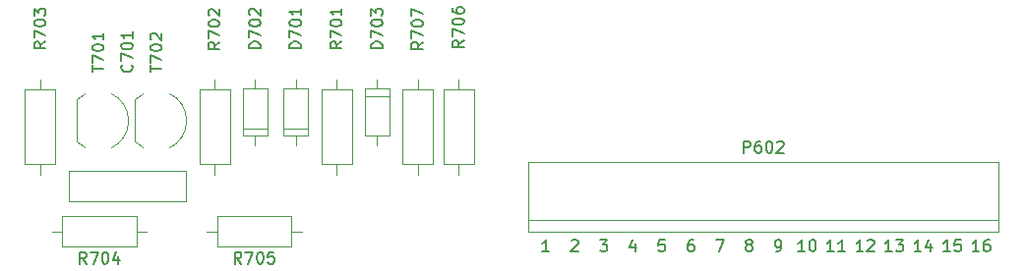
<source format=gto>
%TF.GenerationSoftware,KiCad,Pcbnew,(5.1.7)-1*%
%TF.CreationDate,2021-11-13T14:15:28+01:00*%
%TF.ProjectId,display-board,64697370-6c61-4792-9d62-6f6172642e6b,rev?*%
%TF.SameCoordinates,Original*%
%TF.FileFunction,Legend,Top*%
%TF.FilePolarity,Positive*%
%FSLAX46Y46*%
G04 Gerber Fmt 4.6, Leading zero omitted, Abs format (unit mm)*
G04 Created by KiCad (PCBNEW (5.1.7)-1) date 2021-11-13 14:15:28*
%MOMM*%
%LPD*%
G01*
G04 APERTURE LIST*
%ADD10C,0.150000*%
%ADD11C,0.120000*%
%ADD12R,2.000000X2.000000*%
%ADD13C,2.000000*%
%ADD14C,1.600000*%
%ADD15C,1.520000*%
%ADD16R,1.520000X1.520000*%
%ADD17O,1.600000X1.600000*%
%ADD18R,1.600000X1.600000*%
%ADD19C,2.200000*%
G04 APERTURE END LIST*
D10*
X84559523Y-38202380D02*
X84559523Y-37202380D01*
X84940476Y-37202380D01*
X85035714Y-37250000D01*
X85083333Y-37297619D01*
X85130952Y-37392857D01*
X85130952Y-37535714D01*
X85083333Y-37630952D01*
X85035714Y-37678571D01*
X84940476Y-37726190D01*
X84559523Y-37726190D01*
X85988095Y-37202380D02*
X85797619Y-37202380D01*
X85702380Y-37250000D01*
X85654761Y-37297619D01*
X85559523Y-37440476D01*
X85511904Y-37630952D01*
X85511904Y-38011904D01*
X85559523Y-38107142D01*
X85607142Y-38154761D01*
X85702380Y-38202380D01*
X85892857Y-38202380D01*
X85988095Y-38154761D01*
X86035714Y-38107142D01*
X86083333Y-38011904D01*
X86083333Y-37773809D01*
X86035714Y-37678571D01*
X85988095Y-37630952D01*
X85892857Y-37583333D01*
X85702380Y-37583333D01*
X85607142Y-37630952D01*
X85559523Y-37678571D01*
X85511904Y-37773809D01*
X86702380Y-37202380D02*
X86797619Y-37202380D01*
X86892857Y-37250000D01*
X86940476Y-37297619D01*
X86988095Y-37392857D01*
X87035714Y-37583333D01*
X87035714Y-37821428D01*
X86988095Y-38011904D01*
X86940476Y-38107142D01*
X86892857Y-38154761D01*
X86797619Y-38202380D01*
X86702380Y-38202380D01*
X86607142Y-38154761D01*
X86559523Y-38107142D01*
X86511904Y-38011904D01*
X86464285Y-37821428D01*
X86464285Y-37583333D01*
X86511904Y-37392857D01*
X86559523Y-37297619D01*
X86607142Y-37250000D01*
X86702380Y-37202380D01*
X87416666Y-37297619D02*
X87464285Y-37250000D01*
X87559523Y-37202380D01*
X87797619Y-37202380D01*
X87892857Y-37250000D01*
X87940476Y-37297619D01*
X87988095Y-37392857D01*
X87988095Y-37488095D01*
X87940476Y-37630952D01*
X87369047Y-38202380D01*
X87988095Y-38202380D01*
X104809523Y-46702380D02*
X104238095Y-46702380D01*
X104523809Y-46702380D02*
X104523809Y-45702380D01*
X104428571Y-45845238D01*
X104333333Y-45940476D01*
X104238095Y-45988095D01*
X105666666Y-45702380D02*
X105476190Y-45702380D01*
X105380952Y-45750000D01*
X105333333Y-45797619D01*
X105238095Y-45940476D01*
X105190476Y-46130952D01*
X105190476Y-46511904D01*
X105238095Y-46607142D01*
X105285714Y-46654761D01*
X105380952Y-46702380D01*
X105571428Y-46702380D01*
X105666666Y-46654761D01*
X105714285Y-46607142D01*
X105761904Y-46511904D01*
X105761904Y-46273809D01*
X105714285Y-46178571D01*
X105666666Y-46130952D01*
X105571428Y-46083333D01*
X105380952Y-46083333D01*
X105285714Y-46130952D01*
X105238095Y-46178571D01*
X105190476Y-46273809D01*
X102309523Y-46702380D02*
X101738095Y-46702380D01*
X102023809Y-46702380D02*
X102023809Y-45702380D01*
X101928571Y-45845238D01*
X101833333Y-45940476D01*
X101738095Y-45988095D01*
X103214285Y-45702380D02*
X102738095Y-45702380D01*
X102690476Y-46178571D01*
X102738095Y-46130952D01*
X102833333Y-46083333D01*
X103071428Y-46083333D01*
X103166666Y-46130952D01*
X103214285Y-46178571D01*
X103261904Y-46273809D01*
X103261904Y-46511904D01*
X103214285Y-46607142D01*
X103166666Y-46654761D01*
X103071428Y-46702380D01*
X102833333Y-46702380D01*
X102738095Y-46654761D01*
X102690476Y-46607142D01*
X99809523Y-46702380D02*
X99238095Y-46702380D01*
X99523809Y-46702380D02*
X99523809Y-45702380D01*
X99428571Y-45845238D01*
X99333333Y-45940476D01*
X99238095Y-45988095D01*
X100666666Y-46035714D02*
X100666666Y-46702380D01*
X100428571Y-45654761D02*
X100190476Y-46369047D01*
X100809523Y-46369047D01*
X97309523Y-46702380D02*
X96738095Y-46702380D01*
X97023809Y-46702380D02*
X97023809Y-45702380D01*
X96928571Y-45845238D01*
X96833333Y-45940476D01*
X96738095Y-45988095D01*
X97642857Y-45702380D02*
X98261904Y-45702380D01*
X97928571Y-46083333D01*
X98071428Y-46083333D01*
X98166666Y-46130952D01*
X98214285Y-46178571D01*
X98261904Y-46273809D01*
X98261904Y-46511904D01*
X98214285Y-46607142D01*
X98166666Y-46654761D01*
X98071428Y-46702380D01*
X97785714Y-46702380D01*
X97690476Y-46654761D01*
X97642857Y-46607142D01*
X94809523Y-46702380D02*
X94238095Y-46702380D01*
X94523809Y-46702380D02*
X94523809Y-45702380D01*
X94428571Y-45845238D01*
X94333333Y-45940476D01*
X94238095Y-45988095D01*
X95190476Y-45797619D02*
X95238095Y-45750000D01*
X95333333Y-45702380D01*
X95571428Y-45702380D01*
X95666666Y-45750000D01*
X95714285Y-45797619D01*
X95761904Y-45892857D01*
X95761904Y-45988095D01*
X95714285Y-46130952D01*
X95142857Y-46702380D01*
X95761904Y-46702380D01*
X92309523Y-46702380D02*
X91738095Y-46702380D01*
X92023809Y-46702380D02*
X92023809Y-45702380D01*
X91928571Y-45845238D01*
X91833333Y-45940476D01*
X91738095Y-45988095D01*
X93261904Y-46702380D02*
X92690476Y-46702380D01*
X92976190Y-46702380D02*
X92976190Y-45702380D01*
X92880952Y-45845238D01*
X92785714Y-45940476D01*
X92690476Y-45988095D01*
X89809523Y-46702380D02*
X89238095Y-46702380D01*
X89523809Y-46702380D02*
X89523809Y-45702380D01*
X89428571Y-45845238D01*
X89333333Y-45940476D01*
X89238095Y-45988095D01*
X90428571Y-45702380D02*
X90523809Y-45702380D01*
X90619047Y-45750000D01*
X90666666Y-45797619D01*
X90714285Y-45892857D01*
X90761904Y-46083333D01*
X90761904Y-46321428D01*
X90714285Y-46511904D01*
X90666666Y-46607142D01*
X90619047Y-46654761D01*
X90523809Y-46702380D01*
X90428571Y-46702380D01*
X90333333Y-46654761D01*
X90285714Y-46607142D01*
X90238095Y-46511904D01*
X90190476Y-46321428D01*
X90190476Y-46083333D01*
X90238095Y-45892857D01*
X90285714Y-45797619D01*
X90333333Y-45750000D01*
X90428571Y-45702380D01*
X87309523Y-46702380D02*
X87500000Y-46702380D01*
X87595238Y-46654761D01*
X87642857Y-46607142D01*
X87738095Y-46464285D01*
X87785714Y-46273809D01*
X87785714Y-45892857D01*
X87738095Y-45797619D01*
X87690476Y-45750000D01*
X87595238Y-45702380D01*
X87404761Y-45702380D01*
X87309523Y-45750000D01*
X87261904Y-45797619D01*
X87214285Y-45892857D01*
X87214285Y-46130952D01*
X87261904Y-46226190D01*
X87309523Y-46273809D01*
X87404761Y-46321428D01*
X87595238Y-46321428D01*
X87690476Y-46273809D01*
X87738095Y-46226190D01*
X87785714Y-46130952D01*
X82166666Y-45702380D02*
X82833333Y-45702380D01*
X82404761Y-46702380D01*
X84904761Y-46130952D02*
X84809523Y-46083333D01*
X84761904Y-46035714D01*
X84714285Y-45940476D01*
X84714285Y-45892857D01*
X84761904Y-45797619D01*
X84809523Y-45750000D01*
X84904761Y-45702380D01*
X85095238Y-45702380D01*
X85190476Y-45750000D01*
X85238095Y-45797619D01*
X85285714Y-45892857D01*
X85285714Y-45940476D01*
X85238095Y-46035714D01*
X85190476Y-46083333D01*
X85095238Y-46130952D01*
X84904761Y-46130952D01*
X84809523Y-46178571D01*
X84761904Y-46226190D01*
X84714285Y-46321428D01*
X84714285Y-46511904D01*
X84761904Y-46607142D01*
X84809523Y-46654761D01*
X84904761Y-46702380D01*
X85095238Y-46702380D01*
X85190476Y-46654761D01*
X85238095Y-46607142D01*
X85285714Y-46511904D01*
X85285714Y-46321428D01*
X85238095Y-46226190D01*
X85190476Y-46178571D01*
X85095238Y-46130952D01*
X80190476Y-45702380D02*
X80000000Y-45702380D01*
X79904761Y-45750000D01*
X79857142Y-45797619D01*
X79761904Y-45940476D01*
X79714285Y-46130952D01*
X79714285Y-46511904D01*
X79761904Y-46607142D01*
X79809523Y-46654761D01*
X79904761Y-46702380D01*
X80095238Y-46702380D01*
X80190476Y-46654761D01*
X80238095Y-46607142D01*
X80285714Y-46511904D01*
X80285714Y-46273809D01*
X80238095Y-46178571D01*
X80190476Y-46130952D01*
X80095238Y-46083333D01*
X79904761Y-46083333D01*
X79809523Y-46130952D01*
X79761904Y-46178571D01*
X79714285Y-46273809D01*
X77738095Y-45702380D02*
X77261904Y-45702380D01*
X77214285Y-46178571D01*
X77261904Y-46130952D01*
X77357142Y-46083333D01*
X77595238Y-46083333D01*
X77690476Y-46130952D01*
X77738095Y-46178571D01*
X77785714Y-46273809D01*
X77785714Y-46511904D01*
X77738095Y-46607142D01*
X77690476Y-46654761D01*
X77595238Y-46702380D01*
X77357142Y-46702380D01*
X77261904Y-46654761D01*
X77214285Y-46607142D01*
X75190476Y-46035714D02*
X75190476Y-46702380D01*
X74952380Y-45654761D02*
X74714285Y-46369047D01*
X75333333Y-46369047D01*
X72166666Y-45702380D02*
X72785714Y-45702380D01*
X72452380Y-46083333D01*
X72595238Y-46083333D01*
X72690476Y-46130952D01*
X72738095Y-46178571D01*
X72785714Y-46273809D01*
X72785714Y-46511904D01*
X72738095Y-46607142D01*
X72690476Y-46654761D01*
X72595238Y-46702380D01*
X72309523Y-46702380D01*
X72214285Y-46654761D01*
X72166666Y-46607142D01*
X69714285Y-45797619D02*
X69761904Y-45750000D01*
X69857142Y-45702380D01*
X70095238Y-45702380D01*
X70190476Y-45750000D01*
X70238095Y-45797619D01*
X70285714Y-45892857D01*
X70285714Y-45988095D01*
X70238095Y-46130952D01*
X69666666Y-46702380D01*
X70285714Y-46702380D01*
X67785714Y-46702380D02*
X67214285Y-46702380D01*
X67500000Y-46702380D02*
X67500000Y-45702380D01*
X67404761Y-45845238D01*
X67309523Y-45940476D01*
X67214285Y-45988095D01*
D11*
%TO.C,J2*%
X106500000Y-39000000D02*
X66000000Y-39000000D01*
X106500000Y-44000000D02*
X66000000Y-44000000D01*
X66000000Y-45000000D02*
X106500000Y-45000000D01*
X106500000Y-45000000D02*
X106500000Y-39000000D01*
X66000000Y-45000000D02*
X66000000Y-39000000D01*
%TO.C,C701*%
X26440000Y-42350000D02*
X26440000Y-39730000D01*
X36560000Y-42350000D02*
X36560000Y-39730000D01*
X36560000Y-39730000D02*
X26440000Y-39730000D01*
X36560000Y-42350000D02*
X26440000Y-42350000D01*
%TO.C,T702*%
X32150000Y-33640000D02*
X32150000Y-37240000D01*
X32877205Y-33115816D02*
G75*
G03*
X32150000Y-33640000I1122795J-2324184D01*
G01*
X35098807Y-33083600D02*
G75*
G02*
X36600000Y-35440000I-1098807J-2356400D01*
G01*
X35098807Y-37796400D02*
G75*
G03*
X36600000Y-35440000I-1098807J2356400D01*
G01*
X32877205Y-37764184D02*
G75*
G02*
X32150000Y-37240000I1122795J2324184D01*
G01*
%TO.C,T701*%
X27150000Y-33640000D02*
X27150000Y-37240000D01*
X27877205Y-33115816D02*
G75*
G03*
X27150000Y-33640000I1122795J-2324184D01*
G01*
X30098807Y-33083600D02*
G75*
G02*
X31600000Y-35440000I-1098807J-2356400D01*
G01*
X30098807Y-37796400D02*
G75*
G03*
X31600000Y-35440000I-1098807J2356400D01*
G01*
X27877205Y-37764184D02*
G75*
G02*
X27150000Y-37240000I1122795J2324184D01*
G01*
%TO.C,R707*%
X56500000Y-31860000D02*
X56500000Y-32750000D01*
X56500000Y-40060000D02*
X56500000Y-39170000D01*
X55190000Y-32750000D02*
X55190000Y-39170000D01*
X57810000Y-32750000D02*
X55190000Y-32750000D01*
X57810000Y-39170000D02*
X57810000Y-32750000D01*
X55190000Y-39170000D02*
X57810000Y-39170000D01*
%TO.C,R706*%
X60000000Y-31860000D02*
X60000000Y-32750000D01*
X60000000Y-40060000D02*
X60000000Y-39170000D01*
X58690000Y-32750000D02*
X58690000Y-39170000D01*
X61310000Y-32750000D02*
X58690000Y-32750000D01*
X61310000Y-39170000D02*
X61310000Y-32750000D01*
X58690000Y-39170000D02*
X61310000Y-39170000D01*
%TO.C,R705*%
X38320000Y-45000000D02*
X39210000Y-45000000D01*
X46520000Y-45000000D02*
X45630000Y-45000000D01*
X39210000Y-46310000D02*
X45630000Y-46310000D01*
X39210000Y-43690000D02*
X39210000Y-46310000D01*
X45630000Y-43690000D02*
X39210000Y-43690000D01*
X45630000Y-46310000D02*
X45630000Y-43690000D01*
%TO.C,R704*%
X24980000Y-45000000D02*
X25870000Y-45000000D01*
X33180000Y-45000000D02*
X32290000Y-45000000D01*
X25870000Y-46310000D02*
X32290000Y-46310000D01*
X25870000Y-43690000D02*
X25870000Y-46310000D01*
X32290000Y-43690000D02*
X25870000Y-43690000D01*
X32290000Y-46310000D02*
X32290000Y-43690000D01*
%TO.C,R703*%
X24000000Y-31860000D02*
X24000000Y-32750000D01*
X24000000Y-40060000D02*
X24000000Y-39170000D01*
X22690000Y-32750000D02*
X22690000Y-39170000D01*
X25310000Y-32750000D02*
X22690000Y-32750000D01*
X25310000Y-39170000D02*
X25310000Y-32750000D01*
X22690000Y-39170000D02*
X25310000Y-39170000D01*
%TO.C,R702*%
X39000000Y-31860000D02*
X39000000Y-32750000D01*
X39000000Y-40060000D02*
X39000000Y-39170000D01*
X37690000Y-32750000D02*
X37690000Y-39170000D01*
X40310000Y-32750000D02*
X37690000Y-32750000D01*
X40310000Y-39170000D02*
X40310000Y-32750000D01*
X37690000Y-39170000D02*
X40310000Y-39170000D01*
%TO.C,R701*%
X49500000Y-40060000D02*
X49500000Y-39170000D01*
X49500000Y-31860000D02*
X49500000Y-32750000D01*
X50810000Y-39170000D02*
X50810000Y-32750000D01*
X48190000Y-39170000D02*
X50810000Y-39170000D01*
X48190000Y-32750000D02*
X48190000Y-39170000D01*
X50810000Y-32750000D02*
X48190000Y-32750000D01*
%TO.C,D703*%
X54060000Y-33290000D02*
X51940000Y-33290000D01*
X53000000Y-37520000D02*
X53000000Y-36750000D01*
X53000000Y-31860000D02*
X53000000Y-32630000D01*
X54060000Y-36750000D02*
X54060000Y-32630000D01*
X51940000Y-36750000D02*
X54060000Y-36750000D01*
X51940000Y-32630000D02*
X51940000Y-36750000D01*
X54060000Y-32630000D02*
X51940000Y-32630000D01*
%TO.C,D702*%
X41440000Y-36090000D02*
X43560000Y-36090000D01*
X42500000Y-31860000D02*
X42500000Y-32630000D01*
X42500000Y-37520000D02*
X42500000Y-36750000D01*
X41440000Y-32630000D02*
X41440000Y-36750000D01*
X43560000Y-32630000D02*
X41440000Y-32630000D01*
X43560000Y-36750000D02*
X43560000Y-32630000D01*
X41440000Y-36750000D02*
X43560000Y-36750000D01*
%TO.C,D701*%
X44940000Y-36090000D02*
X47060000Y-36090000D01*
X46000000Y-31860000D02*
X46000000Y-32630000D01*
X46000000Y-37520000D02*
X46000000Y-36750000D01*
X44940000Y-32630000D02*
X44940000Y-36750000D01*
X47060000Y-32630000D02*
X44940000Y-32630000D01*
X47060000Y-36750000D02*
X47060000Y-32630000D01*
X44940000Y-36750000D02*
X47060000Y-36750000D01*
%TO.C,C701*%
D10*
X31857142Y-30619047D02*
X31904761Y-30666666D01*
X31952380Y-30809523D01*
X31952380Y-30904761D01*
X31904761Y-31047619D01*
X31809523Y-31142857D01*
X31714285Y-31190476D01*
X31523809Y-31238095D01*
X31380952Y-31238095D01*
X31190476Y-31190476D01*
X31095238Y-31142857D01*
X31000000Y-31047619D01*
X30952380Y-30904761D01*
X30952380Y-30809523D01*
X31000000Y-30666666D01*
X31047619Y-30619047D01*
X30952380Y-30285714D02*
X30952380Y-29619047D01*
X31952380Y-30047619D01*
X30952380Y-29047619D02*
X30952380Y-28952380D01*
X31000000Y-28857142D01*
X31047619Y-28809523D01*
X31142857Y-28761904D01*
X31333333Y-28714285D01*
X31571428Y-28714285D01*
X31761904Y-28761904D01*
X31857142Y-28809523D01*
X31904761Y-28857142D01*
X31952380Y-28952380D01*
X31952380Y-29047619D01*
X31904761Y-29142857D01*
X31857142Y-29190476D01*
X31761904Y-29238095D01*
X31571428Y-29285714D01*
X31333333Y-29285714D01*
X31142857Y-29238095D01*
X31047619Y-29190476D01*
X31000000Y-29142857D01*
X30952380Y-29047619D01*
X31952380Y-27761904D02*
X31952380Y-28333333D01*
X31952380Y-28047619D02*
X30952380Y-28047619D01*
X31095238Y-28142857D01*
X31190476Y-28238095D01*
X31238095Y-28333333D01*
%TO.C,T702*%
X33452380Y-31214285D02*
X33452380Y-30642857D01*
X34452380Y-30928571D02*
X33452380Y-30928571D01*
X33452380Y-30404761D02*
X33452380Y-29738095D01*
X34452380Y-30166666D01*
X33452380Y-29166666D02*
X33452380Y-29071428D01*
X33500000Y-28976190D01*
X33547619Y-28928571D01*
X33642857Y-28880952D01*
X33833333Y-28833333D01*
X34071428Y-28833333D01*
X34261904Y-28880952D01*
X34357142Y-28928571D01*
X34404761Y-28976190D01*
X34452380Y-29071428D01*
X34452380Y-29166666D01*
X34404761Y-29261904D01*
X34357142Y-29309523D01*
X34261904Y-29357142D01*
X34071428Y-29404761D01*
X33833333Y-29404761D01*
X33642857Y-29357142D01*
X33547619Y-29309523D01*
X33500000Y-29261904D01*
X33452380Y-29166666D01*
X33547619Y-28452380D02*
X33500000Y-28404761D01*
X33452380Y-28309523D01*
X33452380Y-28071428D01*
X33500000Y-27976190D01*
X33547619Y-27928571D01*
X33642857Y-27880952D01*
X33738095Y-27880952D01*
X33880952Y-27928571D01*
X34452380Y-28500000D01*
X34452380Y-27880952D01*
%TO.C,T701*%
X28452380Y-31214285D02*
X28452380Y-30642857D01*
X29452380Y-30928571D02*
X28452380Y-30928571D01*
X28452380Y-30404761D02*
X28452380Y-29738095D01*
X29452380Y-30166666D01*
X28452380Y-29166666D02*
X28452380Y-29071428D01*
X28500000Y-28976190D01*
X28547619Y-28928571D01*
X28642857Y-28880952D01*
X28833333Y-28833333D01*
X29071428Y-28833333D01*
X29261904Y-28880952D01*
X29357142Y-28928571D01*
X29404761Y-28976190D01*
X29452380Y-29071428D01*
X29452380Y-29166666D01*
X29404761Y-29261904D01*
X29357142Y-29309523D01*
X29261904Y-29357142D01*
X29071428Y-29404761D01*
X28833333Y-29404761D01*
X28642857Y-29357142D01*
X28547619Y-29309523D01*
X28500000Y-29261904D01*
X28452380Y-29166666D01*
X29452380Y-27880952D02*
X29452380Y-28452380D01*
X29452380Y-28166666D02*
X28452380Y-28166666D01*
X28595238Y-28261904D01*
X28690476Y-28357142D01*
X28738095Y-28452380D01*
%TO.C,R707*%
X56952380Y-28659047D02*
X56476190Y-28992380D01*
X56952380Y-29230476D02*
X55952380Y-29230476D01*
X55952380Y-28849523D01*
X56000000Y-28754285D01*
X56047619Y-28706666D01*
X56142857Y-28659047D01*
X56285714Y-28659047D01*
X56380952Y-28706666D01*
X56428571Y-28754285D01*
X56476190Y-28849523D01*
X56476190Y-29230476D01*
X55952380Y-28325714D02*
X55952380Y-27659047D01*
X56952380Y-28087619D01*
X55952380Y-27087619D02*
X55952380Y-26992380D01*
X56000000Y-26897142D01*
X56047619Y-26849523D01*
X56142857Y-26801904D01*
X56333333Y-26754285D01*
X56571428Y-26754285D01*
X56761904Y-26801904D01*
X56857142Y-26849523D01*
X56904761Y-26897142D01*
X56952380Y-26992380D01*
X56952380Y-27087619D01*
X56904761Y-27182857D01*
X56857142Y-27230476D01*
X56761904Y-27278095D01*
X56571428Y-27325714D01*
X56333333Y-27325714D01*
X56142857Y-27278095D01*
X56047619Y-27230476D01*
X56000000Y-27182857D01*
X55952380Y-27087619D01*
X55952380Y-26420952D02*
X55952380Y-25754285D01*
X56952380Y-26182857D01*
%TO.C,R706*%
X60452380Y-28499047D02*
X59976190Y-28832380D01*
X60452380Y-29070476D02*
X59452380Y-29070476D01*
X59452380Y-28689523D01*
X59500000Y-28594285D01*
X59547619Y-28546666D01*
X59642857Y-28499047D01*
X59785714Y-28499047D01*
X59880952Y-28546666D01*
X59928571Y-28594285D01*
X59976190Y-28689523D01*
X59976190Y-29070476D01*
X59452380Y-28165714D02*
X59452380Y-27499047D01*
X60452380Y-27927619D01*
X59452380Y-26927619D02*
X59452380Y-26832380D01*
X59500000Y-26737142D01*
X59547619Y-26689523D01*
X59642857Y-26641904D01*
X59833333Y-26594285D01*
X60071428Y-26594285D01*
X60261904Y-26641904D01*
X60357142Y-26689523D01*
X60404761Y-26737142D01*
X60452380Y-26832380D01*
X60452380Y-26927619D01*
X60404761Y-27022857D01*
X60357142Y-27070476D01*
X60261904Y-27118095D01*
X60071428Y-27165714D01*
X59833333Y-27165714D01*
X59642857Y-27118095D01*
X59547619Y-27070476D01*
X59500000Y-27022857D01*
X59452380Y-26927619D01*
X59452380Y-25737142D02*
X59452380Y-25927619D01*
X59500000Y-26022857D01*
X59547619Y-26070476D01*
X59690476Y-26165714D01*
X59880952Y-26213333D01*
X60261904Y-26213333D01*
X60357142Y-26165714D01*
X60404761Y-26118095D01*
X60452380Y-26022857D01*
X60452380Y-25832380D01*
X60404761Y-25737142D01*
X60357142Y-25689523D01*
X60261904Y-25641904D01*
X60023809Y-25641904D01*
X59928571Y-25689523D01*
X59880952Y-25737142D01*
X59833333Y-25832380D01*
X59833333Y-26022857D01*
X59880952Y-26118095D01*
X59928571Y-26165714D01*
X60023809Y-26213333D01*
%TO.C,R705*%
X41300952Y-47762380D02*
X40967619Y-47286190D01*
X40729523Y-47762380D02*
X40729523Y-46762380D01*
X41110476Y-46762380D01*
X41205714Y-46810000D01*
X41253333Y-46857619D01*
X41300952Y-46952857D01*
X41300952Y-47095714D01*
X41253333Y-47190952D01*
X41205714Y-47238571D01*
X41110476Y-47286190D01*
X40729523Y-47286190D01*
X41634285Y-46762380D02*
X42300952Y-46762380D01*
X41872380Y-47762380D01*
X42872380Y-46762380D02*
X42967619Y-46762380D01*
X43062857Y-46810000D01*
X43110476Y-46857619D01*
X43158095Y-46952857D01*
X43205714Y-47143333D01*
X43205714Y-47381428D01*
X43158095Y-47571904D01*
X43110476Y-47667142D01*
X43062857Y-47714761D01*
X42967619Y-47762380D01*
X42872380Y-47762380D01*
X42777142Y-47714761D01*
X42729523Y-47667142D01*
X42681904Y-47571904D01*
X42634285Y-47381428D01*
X42634285Y-47143333D01*
X42681904Y-46952857D01*
X42729523Y-46857619D01*
X42777142Y-46810000D01*
X42872380Y-46762380D01*
X44110476Y-46762380D02*
X43634285Y-46762380D01*
X43586666Y-47238571D01*
X43634285Y-47190952D01*
X43729523Y-47143333D01*
X43967619Y-47143333D01*
X44062857Y-47190952D01*
X44110476Y-47238571D01*
X44158095Y-47333809D01*
X44158095Y-47571904D01*
X44110476Y-47667142D01*
X44062857Y-47714761D01*
X43967619Y-47762380D01*
X43729523Y-47762380D01*
X43634285Y-47714761D01*
X43586666Y-47667142D01*
%TO.C,R704*%
X27960952Y-47762380D02*
X27627619Y-47286190D01*
X27389523Y-47762380D02*
X27389523Y-46762380D01*
X27770476Y-46762380D01*
X27865714Y-46810000D01*
X27913333Y-46857619D01*
X27960952Y-46952857D01*
X27960952Y-47095714D01*
X27913333Y-47190952D01*
X27865714Y-47238571D01*
X27770476Y-47286190D01*
X27389523Y-47286190D01*
X28294285Y-46762380D02*
X28960952Y-46762380D01*
X28532380Y-47762380D01*
X29532380Y-46762380D02*
X29627619Y-46762380D01*
X29722857Y-46810000D01*
X29770476Y-46857619D01*
X29818095Y-46952857D01*
X29865714Y-47143333D01*
X29865714Y-47381428D01*
X29818095Y-47571904D01*
X29770476Y-47667142D01*
X29722857Y-47714761D01*
X29627619Y-47762380D01*
X29532380Y-47762380D01*
X29437142Y-47714761D01*
X29389523Y-47667142D01*
X29341904Y-47571904D01*
X29294285Y-47381428D01*
X29294285Y-47143333D01*
X29341904Y-46952857D01*
X29389523Y-46857619D01*
X29437142Y-46810000D01*
X29532380Y-46762380D01*
X30722857Y-47095714D02*
X30722857Y-47762380D01*
X30484761Y-46714761D02*
X30246666Y-47429047D01*
X30865714Y-47429047D01*
%TO.C,R703*%
X24452380Y-28619047D02*
X23976190Y-28952380D01*
X24452380Y-29190476D02*
X23452380Y-29190476D01*
X23452380Y-28809523D01*
X23500000Y-28714285D01*
X23547619Y-28666666D01*
X23642857Y-28619047D01*
X23785714Y-28619047D01*
X23880952Y-28666666D01*
X23928571Y-28714285D01*
X23976190Y-28809523D01*
X23976190Y-29190476D01*
X23452380Y-28285714D02*
X23452380Y-27619047D01*
X24452380Y-28047619D01*
X23452380Y-27047619D02*
X23452380Y-26952380D01*
X23500000Y-26857142D01*
X23547619Y-26809523D01*
X23642857Y-26761904D01*
X23833333Y-26714285D01*
X24071428Y-26714285D01*
X24261904Y-26761904D01*
X24357142Y-26809523D01*
X24404761Y-26857142D01*
X24452380Y-26952380D01*
X24452380Y-27047619D01*
X24404761Y-27142857D01*
X24357142Y-27190476D01*
X24261904Y-27238095D01*
X24071428Y-27285714D01*
X23833333Y-27285714D01*
X23642857Y-27238095D01*
X23547619Y-27190476D01*
X23500000Y-27142857D01*
X23452380Y-27047619D01*
X23452380Y-26380952D02*
X23452380Y-25761904D01*
X23833333Y-26095238D01*
X23833333Y-25952380D01*
X23880952Y-25857142D01*
X23928571Y-25809523D01*
X24023809Y-25761904D01*
X24261904Y-25761904D01*
X24357142Y-25809523D01*
X24404761Y-25857142D01*
X24452380Y-25952380D01*
X24452380Y-26238095D01*
X24404761Y-26333333D01*
X24357142Y-26380952D01*
%TO.C,R702*%
X39452380Y-28659047D02*
X38976190Y-28992380D01*
X39452380Y-29230476D02*
X38452380Y-29230476D01*
X38452380Y-28849523D01*
X38500000Y-28754285D01*
X38547619Y-28706666D01*
X38642857Y-28659047D01*
X38785714Y-28659047D01*
X38880952Y-28706666D01*
X38928571Y-28754285D01*
X38976190Y-28849523D01*
X38976190Y-29230476D01*
X38452380Y-28325714D02*
X38452380Y-27659047D01*
X39452380Y-28087619D01*
X38452380Y-27087619D02*
X38452380Y-26992380D01*
X38500000Y-26897142D01*
X38547619Y-26849523D01*
X38642857Y-26801904D01*
X38833333Y-26754285D01*
X39071428Y-26754285D01*
X39261904Y-26801904D01*
X39357142Y-26849523D01*
X39404761Y-26897142D01*
X39452380Y-26992380D01*
X39452380Y-27087619D01*
X39404761Y-27182857D01*
X39357142Y-27230476D01*
X39261904Y-27278095D01*
X39071428Y-27325714D01*
X38833333Y-27325714D01*
X38642857Y-27278095D01*
X38547619Y-27230476D01*
X38500000Y-27182857D01*
X38452380Y-27087619D01*
X38547619Y-26373333D02*
X38500000Y-26325714D01*
X38452380Y-26230476D01*
X38452380Y-25992380D01*
X38500000Y-25897142D01*
X38547619Y-25849523D01*
X38642857Y-25801904D01*
X38738095Y-25801904D01*
X38880952Y-25849523D01*
X39452380Y-26420952D01*
X39452380Y-25801904D01*
%TO.C,R701*%
X49952380Y-28619047D02*
X49476190Y-28952380D01*
X49952380Y-29190476D02*
X48952380Y-29190476D01*
X48952380Y-28809523D01*
X49000000Y-28714285D01*
X49047619Y-28666666D01*
X49142857Y-28619047D01*
X49285714Y-28619047D01*
X49380952Y-28666666D01*
X49428571Y-28714285D01*
X49476190Y-28809523D01*
X49476190Y-29190476D01*
X48952380Y-28285714D02*
X48952380Y-27619047D01*
X49952380Y-28047619D01*
X48952380Y-27047619D02*
X48952380Y-26952380D01*
X49000000Y-26857142D01*
X49047619Y-26809523D01*
X49142857Y-26761904D01*
X49333333Y-26714285D01*
X49571428Y-26714285D01*
X49761904Y-26761904D01*
X49857142Y-26809523D01*
X49904761Y-26857142D01*
X49952380Y-26952380D01*
X49952380Y-27047619D01*
X49904761Y-27142857D01*
X49857142Y-27190476D01*
X49761904Y-27238095D01*
X49571428Y-27285714D01*
X49333333Y-27285714D01*
X49142857Y-27238095D01*
X49047619Y-27190476D01*
X49000000Y-27142857D01*
X48952380Y-27047619D01*
X49952380Y-25761904D02*
X49952380Y-26333333D01*
X49952380Y-26047619D02*
X48952380Y-26047619D01*
X49095238Y-26142857D01*
X49190476Y-26238095D01*
X49238095Y-26333333D01*
%TO.C,D703*%
X53452380Y-29190476D02*
X52452380Y-29190476D01*
X52452380Y-28952380D01*
X52500000Y-28809523D01*
X52595238Y-28714285D01*
X52690476Y-28666666D01*
X52880952Y-28619047D01*
X53023809Y-28619047D01*
X53214285Y-28666666D01*
X53309523Y-28714285D01*
X53404761Y-28809523D01*
X53452380Y-28952380D01*
X53452380Y-29190476D01*
X52452380Y-28285714D02*
X52452380Y-27619047D01*
X53452380Y-28047619D01*
X52452380Y-27047619D02*
X52452380Y-26952380D01*
X52500000Y-26857142D01*
X52547619Y-26809523D01*
X52642857Y-26761904D01*
X52833333Y-26714285D01*
X53071428Y-26714285D01*
X53261904Y-26761904D01*
X53357142Y-26809523D01*
X53404761Y-26857142D01*
X53452380Y-26952380D01*
X53452380Y-27047619D01*
X53404761Y-27142857D01*
X53357142Y-27190476D01*
X53261904Y-27238095D01*
X53071428Y-27285714D01*
X52833333Y-27285714D01*
X52642857Y-27238095D01*
X52547619Y-27190476D01*
X52500000Y-27142857D01*
X52452380Y-27047619D01*
X52452380Y-26380952D02*
X52452380Y-25761904D01*
X52833333Y-26095238D01*
X52833333Y-25952380D01*
X52880952Y-25857142D01*
X52928571Y-25809523D01*
X53023809Y-25761904D01*
X53261904Y-25761904D01*
X53357142Y-25809523D01*
X53404761Y-25857142D01*
X53452380Y-25952380D01*
X53452380Y-26238095D01*
X53404761Y-26333333D01*
X53357142Y-26380952D01*
%TO.C,D702*%
X42952380Y-29190476D02*
X41952380Y-29190476D01*
X41952380Y-28952380D01*
X42000000Y-28809523D01*
X42095238Y-28714285D01*
X42190476Y-28666666D01*
X42380952Y-28619047D01*
X42523809Y-28619047D01*
X42714285Y-28666666D01*
X42809523Y-28714285D01*
X42904761Y-28809523D01*
X42952380Y-28952380D01*
X42952380Y-29190476D01*
X41952380Y-28285714D02*
X41952380Y-27619047D01*
X42952380Y-28047619D01*
X41952380Y-27047619D02*
X41952380Y-26952380D01*
X42000000Y-26857142D01*
X42047619Y-26809523D01*
X42142857Y-26761904D01*
X42333333Y-26714285D01*
X42571428Y-26714285D01*
X42761904Y-26761904D01*
X42857142Y-26809523D01*
X42904761Y-26857142D01*
X42952380Y-26952380D01*
X42952380Y-27047619D01*
X42904761Y-27142857D01*
X42857142Y-27190476D01*
X42761904Y-27238095D01*
X42571428Y-27285714D01*
X42333333Y-27285714D01*
X42142857Y-27238095D01*
X42047619Y-27190476D01*
X42000000Y-27142857D01*
X41952380Y-27047619D01*
X42047619Y-26333333D02*
X42000000Y-26285714D01*
X41952380Y-26190476D01*
X41952380Y-25952380D01*
X42000000Y-25857142D01*
X42047619Y-25809523D01*
X42142857Y-25761904D01*
X42238095Y-25761904D01*
X42380952Y-25809523D01*
X42952380Y-26380952D01*
X42952380Y-25761904D01*
%TO.C,D701*%
X46452380Y-29190476D02*
X45452380Y-29190476D01*
X45452380Y-28952380D01*
X45500000Y-28809523D01*
X45595238Y-28714285D01*
X45690476Y-28666666D01*
X45880952Y-28619047D01*
X46023809Y-28619047D01*
X46214285Y-28666666D01*
X46309523Y-28714285D01*
X46404761Y-28809523D01*
X46452380Y-28952380D01*
X46452380Y-29190476D01*
X45452380Y-28285714D02*
X45452380Y-27619047D01*
X46452380Y-28047619D01*
X45452380Y-27047619D02*
X45452380Y-26952380D01*
X45500000Y-26857142D01*
X45547619Y-26809523D01*
X45642857Y-26761904D01*
X45833333Y-26714285D01*
X46071428Y-26714285D01*
X46261904Y-26761904D01*
X46357142Y-26809523D01*
X46404761Y-26857142D01*
X46452380Y-26952380D01*
X46452380Y-27047619D01*
X46404761Y-27142857D01*
X46357142Y-27190476D01*
X46261904Y-27238095D01*
X46071428Y-27285714D01*
X45833333Y-27285714D01*
X45642857Y-27238095D01*
X45547619Y-27190476D01*
X45500000Y-27142857D01*
X45452380Y-27047619D01*
X46452380Y-25761904D02*
X46452380Y-26333333D01*
X46452380Y-26047619D02*
X45452380Y-26047619D01*
X45595238Y-26142857D01*
X45690476Y-26238095D01*
X45738095Y-26333333D01*
%TD*%
%LPC*%
D12*
%TO.C,J2*%
X105000000Y-42500000D03*
D13*
X102500000Y-42500000D03*
X100000000Y-42500000D03*
X97500000Y-42500000D03*
X95000000Y-42500000D03*
X92500000Y-42500000D03*
X90000000Y-42500000D03*
X87500000Y-42500000D03*
X85000000Y-42500000D03*
X82500000Y-42500000D03*
X80000000Y-42500000D03*
X77500000Y-42500000D03*
X75000000Y-42500000D03*
X72500000Y-42500000D03*
X70000000Y-42500000D03*
X67500000Y-42500000D03*
%TD*%
%TO.C,J3*%
X24000000Y-51400000D03*
%TD*%
%TO.C,J4*%
X106000000Y-51400000D03*
%TD*%
%TO.C,J6*%
X57000000Y-51100000D03*
%TD*%
%TO.C,J5*%
X50000000Y-52000000D03*
%TD*%
D14*
%TO.C,C701*%
X34000000Y-41040000D03*
X29000000Y-41040000D03*
%TD*%
D15*
%TO.C,T702*%
X34000000Y-35440000D03*
X34000000Y-37980000D03*
D16*
X34000000Y-32900000D03*
%TD*%
D15*
%TO.C,T701*%
X29000000Y-35440000D03*
X29000000Y-37980000D03*
D16*
X29000000Y-32900000D03*
%TD*%
D14*
%TO.C,R707*%
X56500000Y-41040000D03*
D17*
X56500000Y-30880000D03*
%TD*%
D14*
%TO.C,R706*%
X60000000Y-41040000D03*
D17*
X60000000Y-30880000D03*
%TD*%
D14*
%TO.C,R705*%
X47500000Y-45000000D03*
D17*
X37340000Y-45000000D03*
%TD*%
D14*
%TO.C,R704*%
X34160000Y-45000000D03*
D17*
X24000000Y-45000000D03*
%TD*%
D14*
%TO.C,R703*%
X24000000Y-41040000D03*
D17*
X24000000Y-30880000D03*
%TD*%
D14*
%TO.C,R702*%
X39000000Y-41040000D03*
D17*
X39000000Y-30880000D03*
%TD*%
D14*
%TO.C,R701*%
X49500000Y-30880000D03*
D17*
X49500000Y-41040000D03*
%TD*%
D18*
%TO.C,D703*%
X53000000Y-30880000D03*
D17*
X53000000Y-38500000D03*
%TD*%
D18*
%TO.C,D702*%
X42500000Y-38500000D03*
D17*
X42500000Y-30880000D03*
%TD*%
D18*
%TO.C,D701*%
X46000000Y-38500000D03*
D17*
X46000000Y-30880000D03*
%TD*%
D19*
%TO.C,H2*%
X100000000Y-51400000D03*
%TD*%
%TO.C,H1*%
X30000000Y-51400000D03*
%TD*%
D13*
%TO.C,J1*%
X103000000Y-22000000D03*
X99000000Y-22000000D03*
X95000000Y-22000000D03*
X91000000Y-22000000D03*
X87000000Y-22000000D03*
X83000000Y-22000000D03*
X79000000Y-22000000D03*
X75000000Y-22000000D03*
X71000000Y-22000000D03*
X67000000Y-22000000D03*
X63000000Y-22000000D03*
X59000000Y-22000000D03*
X55000000Y-22000000D03*
X51000000Y-22000000D03*
X47000000Y-22000000D03*
X43000000Y-22000000D03*
X39000000Y-22000000D03*
X35000000Y-22000000D03*
X31000000Y-22000000D03*
X27000000Y-22000000D03*
%TD*%
M02*

</source>
